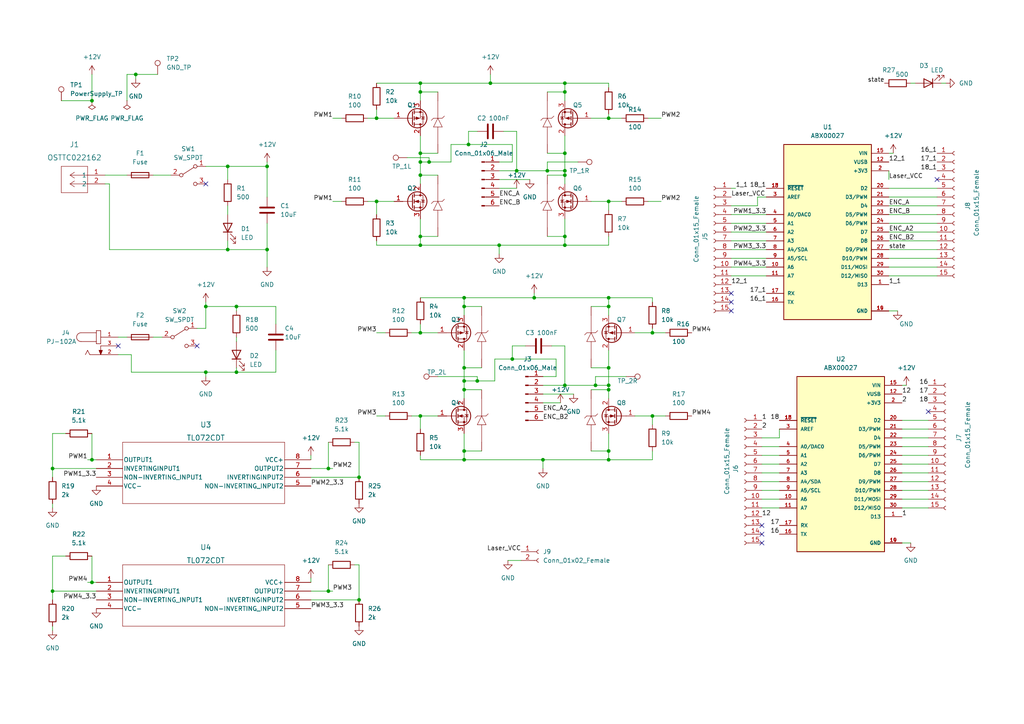
<source format=kicad_sch>
(kicad_sch (version 20211123) (generator eeschema)
  (paper "A4")
  (junction (at 138.43 110.49))
  (junction (at 59.69 107.95))
  (junction (at 104.14 173.99))
  (junction (at 104.14 138.43))
  (junction (at 189.23 96.52))
  (junction (at 109.22 34.29))
  (junction (at 176.53 130.81))
  (junction (at 176.53 106.68))
  (junction (at 176.53 86.36))
  (junction (at 95.25 171.45))
  (junction (at 134.62 106.68))
  (junction (at 68.58 107.95))
  (junction (at 121.92 68.58))
  (junction (at 134.62 113.03))
  (junction (at 148.59 104.14))
  (junction (at 176.53 133.35))
  (junction (at 39.37 21.59))
  (junction (at 68.58 88.9))
  (junction (at 134.62 88.9))
  (junction (at 176.53 34.29))
  (junction (at 77.47 72.39))
  (junction (at 176.53 58.42))
  (junction (at 163.83 68.58))
  (junction (at 154.94 86.36))
  (junction (at 26.67 29.21))
  (junction (at 15.24 135.89))
  (junction (at 163.83 26.67))
  (junction (at 66.04 72.39))
  (junction (at 26.67 133.35))
  (junction (at 144.78 71.12))
  (junction (at 163.83 44.45))
  (junction (at 134.62 110.49))
  (junction (at 121.92 50.8))
  (junction (at 134.62 86.36))
  (junction (at 163.83 50.8))
  (junction (at 176.53 111.76))
  (junction (at 95.25 135.89))
  (junction (at 134.62 133.35))
  (junction (at 135.89 41.91))
  (junction (at 176.53 88.9))
  (junction (at 172.72 111.76))
  (junction (at 124.46 46.99))
  (junction (at 121.92 120.65))
  (junction (at 121.92 44.45))
  (junction (at 163.83 49.53))
  (junction (at 157.48 133.35))
  (junction (at 163.83 24.13))
  (junction (at 121.92 96.52))
  (junction (at 109.22 58.42))
  (junction (at 121.92 24.13))
  (junction (at 189.23 120.65))
  (junction (at 176.53 113.03))
  (junction (at 121.92 71.12))
  (junction (at 158.75 49.53))
  (junction (at 163.83 71.12))
  (junction (at 142.24 24.13))
  (junction (at 121.92 46.99))
  (junction (at 149.86 49.53))
  (junction (at 134.62 130.81))
  (junction (at 15.24 171.45))
  (junction (at 77.47 48.26))
  (junction (at 59.69 88.9))
  (junction (at 66.04 48.26))
  (junction (at 121.92 26.67))
  (junction (at 26.67 168.91))
  (junction (at 163.83 111.76))
  (no_connect (at 34.29 100.33))
  (no_connect (at 269.24 119.38))
  (no_connect (at 220.98 152.4))
  (no_connect (at 220.98 154.94))
  (no_connect (at 220.98 157.48))
  (no_connect (at 57.15 100.33))
  (no_connect (at 212.09 87.63))
  (no_connect (at 212.09 85.09))
  (no_connect (at 212.09 90.17))
  (no_connect (at 59.69 53.34))
  (no_connect (at 271.78 52.07))
  (wire (pts (xy 90.17 138.43) (xy 104.14 138.43)))
  (wire (pts (xy 57.15 95.25) (xy 59.69 95.25)))
  (wire (pts (xy 90.17 168.91) (xy 90.17 167.64)))
  (wire (pts (xy 189.23 96.52) (xy 193.04 96.52)))
  (wire (pts (xy 109.22 31.75) (xy 109.22 34.29)))
  (wire (pts (xy 158.75 50.8) (xy 163.83 50.8)))
  (wire (pts (xy 180.34 34.29) (xy 176.53 34.29)))
  (wire (pts (xy 259.08 44.45) (xy 257.81 44.45)))
  (wire (pts (xy 127 44.45) (xy 121.92 44.45)))
  (wire (pts (xy 271.78 54.61) (xy 257.81 54.61)))
  (wire (pts (xy 157.48 114.3) (xy 166.37 114.3)))
  (wire (pts (xy 176.53 33.02) (xy 176.53 34.29)))
  (wire (pts (xy 160.02 100.33) (xy 163.83 100.33)))
  (wire (pts (xy 66.04 48.26) (xy 77.47 48.26)))
  (wire (pts (xy 180.34 58.42) (xy 176.53 58.42)))
  (wire (pts (xy 226.06 142.24) (xy 220.98 142.24)))
  (wire (pts (xy 39.37 21.59) (xy 39.37 22.86)))
  (wire (pts (xy 171.45 106.68) (xy 176.53 106.68)))
  (wire (pts (xy 158.75 46.99) (xy 158.75 49.53)))
  (wire (pts (xy 34.29 97.79) (xy 36.83 97.79)))
  (wire (pts (xy 271.78 62.23) (xy 257.81 62.23)))
  (wire (pts (xy 138.43 38.1) (xy 135.89 38.1)))
  (wire (pts (xy 38.1 107.95) (xy 59.69 107.95)))
  (wire (pts (xy 80.01 101.6) (xy 80.01 107.95)))
  (wire (pts (xy 161.29 104.14) (xy 148.59 104.14)))
  (wire (pts (xy 15.24 135.89) (xy 27.94 135.89)))
  (wire (pts (xy 31.75 53.34) (xy 31.75 72.39)))
  (wire (pts (xy 127 68.58) (xy 121.92 68.58)))
  (wire (pts (xy 189.23 120.65) (xy 184.15 120.65)))
  (wire (pts (xy 109.22 69.85) (xy 109.22 71.12)))
  (wire (pts (xy 226.06 124.46) (xy 226.06 127)))
  (wire (pts (xy 158.75 26.67) (xy 163.83 26.67)))
  (wire (pts (xy 191.77 34.29) (xy 187.96 34.29)))
  (wire (pts (xy 257.81 90.17) (xy 260.35 90.17)))
  (wire (pts (xy 121.92 39.37) (xy 121.92 44.45)))
  (wire (pts (xy 106.68 34.29) (xy 109.22 34.29)))
  (wire (pts (xy 212.09 77.47) (xy 222.25 77.47)))
  (wire (pts (xy 138.43 109.22) (xy 138.43 110.49)))
  (wire (pts (xy 106.68 58.42) (xy 109.22 58.42)))
  (wire (pts (xy 139.7 113.03) (xy 134.62 113.03)))
  (wire (pts (xy 121.92 29.21) (xy 121.92 26.67)))
  (wire (pts (xy 109.22 71.12) (xy 121.92 71.12)))
  (wire (pts (xy 271.78 57.15) (xy 257.81 57.15)))
  (wire (pts (xy 222.25 74.93) (xy 212.09 74.93)))
  (wire (pts (xy 257.81 52.07) (xy 257.81 49.53)))
  (wire (pts (xy 261.62 129.54) (xy 269.24 129.54)))
  (wire (pts (xy 134.62 110.49) (xy 134.62 113.03)))
  (wire (pts (xy 96.52 58.42) (xy 99.06 58.42)))
  (wire (pts (xy 130.81 46.99) (xy 124.46 46.99)))
  (wire (pts (xy 26.67 21.59) (xy 26.67 29.21)))
  (wire (pts (xy 261.62 139.7) (xy 269.24 139.7)))
  (wire (pts (xy 142.24 21.59) (xy 142.24 24.13)))
  (wire (pts (xy 158.75 68.58) (xy 163.83 68.58)))
  (wire (pts (xy 135.89 41.91) (xy 148.59 41.91)))
  (wire (pts (xy 226.06 144.78) (xy 220.98 144.78)))
  (wire (pts (xy 134.62 91.44) (xy 134.62 88.9)))
  (wire (pts (xy 261.62 137.16) (xy 269.24 137.16)))
  (wire (pts (xy 80.01 107.95) (xy 68.58 107.95)))
  (wire (pts (xy 121.92 68.58) (xy 121.92 71.12)))
  (wire (pts (xy 139.7 130.81) (xy 134.62 130.81)))
  (wire (pts (xy 124.46 46.99) (xy 121.92 46.99)))
  (wire (pts (xy 36.83 29.21) (xy 36.83 21.59)))
  (wire (pts (xy 154.94 86.36) (xy 176.53 86.36)))
  (wire (pts (xy 176.53 125.73) (xy 176.53 130.81)))
  (wire (pts (xy 68.58 90.17) (xy 68.58 88.9)))
  (wire (pts (xy 176.53 68.58) (xy 176.53 71.12)))
  (wire (pts (xy 121.92 63.5) (xy 121.92 68.58)))
  (wire (pts (xy 96.52 34.29) (xy 99.06 34.29)))
  (wire (pts (xy 109.22 62.23) (xy 109.22 58.42)))
  (wire (pts (xy 157.48 135.89) (xy 157.48 133.35)))
  (wire (pts (xy 163.83 111.76) (xy 172.72 111.76)))
  (wire (pts (xy 143.51 104.14) (xy 143.51 110.49)))
  (wire (pts (xy 261.62 157.48) (xy 264.16 157.48)))
  (wire (pts (xy 144.78 73.66) (xy 144.78 71.12)))
  (wire (pts (xy 142.24 24.13) (xy 163.83 24.13)))
  (wire (pts (xy 36.83 21.59) (xy 39.37 21.59)))
  (wire (pts (xy 157.48 133.35) (xy 176.53 133.35)))
  (wire (pts (xy 148.59 100.33) (xy 148.59 104.14)))
  (wire (pts (xy 226.06 147.32) (xy 220.98 147.32)))
  (wire (pts (xy 121.92 24.13) (xy 142.24 24.13)))
  (wire (pts (xy 152.4 100.33) (xy 148.59 100.33)))
  (wire (pts (xy 261.62 134.62) (xy 269.24 134.62)))
  (wire (pts (xy 261.62 124.46) (xy 269.24 124.46)))
  (wire (pts (xy 257.81 67.31) (xy 271.78 67.31)))
  (wire (pts (xy 135.89 38.1) (xy 135.89 41.91)))
  (wire (pts (xy 66.04 72.39) (xy 66.04 69.85)))
  (wire (pts (xy 163.83 50.8) (xy 163.83 53.34)))
  (wire (pts (xy 134.62 133.35) (xy 157.48 133.35)))
  (wire (pts (xy 90.17 173.99) (xy 104.14 173.99)))
  (wire (pts (xy 26.67 168.91) (xy 27.94 168.91)))
  (wire (pts (xy 149.86 54.61) (xy 144.78 54.61)))
  (wire (pts (xy 34.29 102.87) (xy 38.1 102.87)))
  (wire (pts (xy 17.78 29.21) (xy 26.67 29.21)))
  (wire (pts (xy 59.69 48.26) (xy 66.04 48.26)))
  (wire (pts (xy 149.86 38.1) (xy 149.86 49.53)))
  (wire (pts (xy 124.46 45.72) (xy 124.46 46.99)))
  (wire (pts (xy 147.32 162.56) (xy 151.13 162.56)))
  (wire (pts (xy 167.64 46.99) (xy 158.75 46.99)))
  (wire (pts (xy 163.83 68.58) (xy 163.83 71.12)))
  (wire (pts (xy 189.23 130.81) (xy 189.23 133.35)))
  (wire (pts (xy 176.53 88.9) (xy 176.53 91.44)))
  (wire (pts (xy 212.09 72.39) (xy 222.25 72.39)))
  (wire (pts (xy 176.53 86.36) (xy 176.53 88.9)))
  (wire (pts (xy 257.81 72.39) (xy 271.78 72.39)))
  (wire (pts (xy 19.05 161.29) (xy 15.24 161.29)))
  (wire (pts (xy 130.81 41.91) (xy 130.81 46.99)))
  (wire (pts (xy 26.67 161.29) (xy 26.67 168.91)))
  (wire (pts (xy 181.61 109.22) (xy 172.72 109.22)))
  (wire (pts (xy 127 26.67) (xy 121.92 26.67)))
  (wire (pts (xy 222.25 64.77) (xy 212.09 64.77)))
  (wire (pts (xy 220.98 139.7) (xy 226.06 139.7)))
  (wire (pts (xy 31.75 72.39) (xy 66.04 72.39)))
  (wire (pts (xy 109.22 58.42) (xy 114.3 58.42)))
  (wire (pts (xy 15.24 182.88) (xy 15.24 181.61)))
  (wire (pts (xy 184.15 96.52) (xy 189.23 96.52)))
  (wire (pts (xy 163.83 39.37) (xy 163.83 44.45)))
  (wire (pts (xy 144.78 46.99) (xy 148.59 46.99)))
  (wire (pts (xy 59.69 88.9) (xy 59.69 95.25)))
  (wire (pts (xy 104.14 128.27) (xy 104.14 138.43)))
  (wire (pts (xy 96.52 171.45) (xy 95.25 171.45)))
  (wire (pts (xy 104.14 163.83) (xy 102.87 163.83)))
  (wire (pts (xy 119.38 120.65) (xy 121.92 120.65)))
  (wire (pts (xy 77.47 46.99) (xy 77.47 48.26)))
  (wire (pts (xy 222.25 80.01) (xy 212.09 80.01)))
  (wire (pts (xy 121.92 124.46) (xy 121.92 120.65)))
  (wire (pts (xy 257.81 59.69) (xy 271.78 59.69)))
  (wire (pts (xy 134.62 125.73) (xy 134.62 130.81)))
  (wire (pts (xy 121.92 96.52) (xy 127 96.52)))
  (wire (pts (xy 130.81 41.91) (xy 135.89 41.91)))
  (wire (pts (xy 222.25 69.85) (xy 212.09 69.85)))
  (wire (pts (xy 171.45 130.81) (xy 176.53 130.81)))
  (wire (pts (xy 95.25 135.89) (xy 90.17 135.89)))
  (wire (pts (xy 15.24 171.45) (xy 27.94 171.45)))
  (wire (pts (xy 95.25 171.45) (xy 90.17 171.45)))
  (wire (pts (xy 158.75 44.45) (xy 163.83 44.45)))
  (wire (pts (xy 15.24 125.73) (xy 15.24 135.89)))
  (wire (pts (xy 148.59 104.14) (xy 143.51 104.14)))
  (wire (pts (xy 127 50.8) (xy 121.92 50.8)))
  (wire (pts (xy 121.92 120.65) (xy 127 120.65)))
  (wire (pts (xy 77.47 64.77) (xy 77.47 72.39)))
  (wire (pts (xy 261.62 144.78) (xy 269.24 144.78)))
  (wire (pts (xy 171.45 34.29) (xy 176.53 34.29)))
  (wire (pts (xy 271.78 69.85) (xy 257.81 69.85)))
  (wire (pts (xy 114.3 34.29) (xy 109.22 34.29)))
  (wire (pts (xy 172.72 109.22) (xy 172.72 111.76)))
  (wire (pts (xy 176.53 130.81) (xy 176.53 133.35)))
  (wire (pts (xy 134.62 86.36) (xy 154.94 86.36)))
  (wire (pts (xy 189.23 87.63) (xy 189.23 86.36)))
  (wire (pts (xy 134.62 101.6) (xy 134.62 106.68)))
  (wire (pts (xy 176.53 58.42) (xy 171.45 58.42)))
  (wire (pts (xy 176.53 25.4) (xy 176.53 24.13)))
  (wire (pts (xy 273.05 24.13) (xy 274.32 24.13)))
  (wire (pts (xy 271.78 77.47) (xy 257.81 77.47)))
  (wire (pts (xy 95.25 163.83) (xy 95.25 171.45)))
  (wire (pts (xy 121.92 46.99) (xy 121.92 50.8)))
  (wire (pts (xy 143.51 110.49) (xy 138.43 110.49)))
  (wire (pts (xy 25.4 133.35) (xy 26.67 133.35)))
  (wire (pts (xy 262.89 111.76) (xy 261.62 111.76)))
  (wire (pts (xy 26.67 133.35) (xy 27.94 133.35)))
  (wire (pts (xy 68.58 107.95) (xy 59.69 107.95)))
  (wire (pts (xy 213.36 54.61) (xy 212.09 54.61)))
  (wire (pts (xy 261.62 142.24) (xy 269.24 142.24)))
  (wire (pts (xy 95.25 128.27) (xy 95.25 135.89)))
  (wire (pts (xy 261.62 147.32) (xy 269.24 147.32)))
  (wire (pts (xy 134.62 130.81) (xy 134.62 133.35)))
  (wire (pts (xy 109.22 24.13) (xy 121.92 24.13)))
  (wire (pts (xy 176.53 24.13) (xy 163.83 24.13)))
  (wire (pts (xy 176.53 113.03) (xy 176.53 115.57)))
  (wire (pts (xy 44.45 50.8) (xy 49.53 50.8)))
  (wire (pts (xy 38.1 102.87) (xy 38.1 107.95)))
  (wire (pts (xy 44.45 97.79) (xy 46.99 97.79)))
  (wire (pts (xy 15.24 138.43) (xy 15.24 135.89)))
  (wire (pts (xy 264.16 24.13) (xy 265.43 24.13)))
  (wire (pts (xy 154.94 85.09) (xy 154.94 86.36)))
  (wire (pts (xy 109.22 96.52) (xy 111.76 96.52)))
  (wire (pts (xy 163.83 71.12) (xy 176.53 71.12)))
  (wire (pts (xy 226.06 134.62) (xy 220.98 134.62)))
  (wire (pts (xy 26.67 125.73) (xy 26.67 133.35)))
  (wire (pts (xy 162.56 116.84) (xy 157.48 116.84)))
  (wire (pts (xy 149.86 49.53) (xy 158.75 49.53)))
  (wire (pts (xy 161.29 109.22) (xy 161.29 104.14)))
  (wire (pts (xy 134.62 106.68) (xy 134.62 110.49)))
  (wire (pts (xy 96.52 135.89) (xy 95.25 135.89)))
  (wire (pts (xy 19.05 125.73) (xy 15.24 125.73)))
  (wire (pts (xy 90.17 133.35) (xy 90.17 132.08)))
  (wire (pts (xy 189.23 86.36) (xy 176.53 86.36)))
  (wire (pts (xy 68.58 97.79) (xy 68.58 99.06)))
  (wire (pts (xy 226.06 137.16) (xy 220.98 137.16)))
  (wire (pts (xy 146.05 38.1) (xy 149.86 38.1)))
  (wire (pts (xy 30.48 53.34) (xy 31.75 53.34)))
  (wire (pts (xy 109.22 120.65) (xy 111.76 120.65)))
  (wire (pts (xy 121.92 93.98) (xy 121.92 96.52)))
  (wire (pts (xy 219.71 59.69) (xy 212.09 59.69)))
  (wire (pts (xy 158.75 49.53) (xy 163.83 49.53)))
  (wire (pts (xy 157.48 109.22) (xy 161.29 109.22)))
  (wire (pts (xy 189.23 123.19) (xy 189.23 120.65)))
  (wire (pts (xy 80.01 88.9) (xy 68.58 88.9)))
  (wire (pts (xy 176.53 106.68) (xy 176.53 111.76)))
  (wire (pts (xy 212.09 67.31) (xy 222.25 67.31)))
  (wire (pts (xy 77.47 72.39) (xy 77.47 77.47)))
  (wire (pts (xy 121.92 86.36) (xy 134.62 86.36)))
  (wire (pts (xy 171.45 88.9) (xy 176.53 88.9)))
  (wire (pts (xy 15.24 173.99) (xy 15.24 171.45)))
  (wire (pts (xy 257.81 74.93) (xy 271.78 74.93)))
  (wire (pts (xy 163.83 100.33) (xy 163.83 111.76)))
  (wire (pts (xy 261.62 127) (xy 269.24 127)))
  (wire (pts (xy 163.83 44.45) (xy 163.83 49.53)))
  (wire (pts (xy 66.04 59.69) (xy 66.04 62.23)))
  (wire (pts (xy 189.23 95.25) (xy 189.23 96.52)))
  (wire (pts (xy 138.43 110.49) (xy 134.62 110.49)))
  (wire (pts (xy 172.72 111.76) (xy 176.53 111.76)))
  (wire (pts (xy 219.71 57.15) (xy 219.71 59.69)))
  (wire (pts (xy 189.23 120.65) (xy 193.04 120.65)))
  (wire (pts (xy 77.47 57.15) (xy 77.47 48.26)))
  (wire (pts (xy 171.45 113.03) (xy 176.53 113.03)))
  (wire (pts (xy 121.92 133.35) (xy 134.62 133.35)))
  (wire (pts (xy 226.06 132.08) (xy 220.98 132.08)))
  (wire (pts (xy 68.58 88.9) (xy 59.69 88.9)))
  (wire (pts (xy 127 109.22) (xy 138.43 109.22)))
  (wire (pts (xy 25.4 168.91) (xy 26.67 168.91)))
  (wire (pts (xy 222.25 57.15) (xy 219.71 57.15)))
  (wire (pts (xy 66.04 72.39) (xy 77.47 72.39)))
  (wire (pts (xy 144.78 49.53) (xy 149.86 49.53)))
  (wire (pts (xy 104.14 163.83) (xy 104.14 173.99)))
  (wire (pts (xy 157.48 111.76) (xy 163.83 111.76)))
  (wire (pts (xy 212.09 62.23) (xy 222.25 62.23)))
  (wire (pts (xy 163.83 24.13) (xy 163.83 26.67)))
  (wire (pts (xy 144.78 52.07) (xy 153.67 52.07)))
  (wire (pts (xy 121.92 50.8) (xy 121.92 53.34)))
  (wire (pts (xy 139.7 88.9) (xy 134.62 88.9)))
  (wire (pts (xy 121.92 132.08) (xy 121.92 133.35)))
  (wire (pts (xy 271.78 80.01) (xy 257.81 80.01)))
  (wire (pts (xy 45.72 21.59) (xy 39.37 21.59)))
  (wire (pts (xy 68.58 106.68) (xy 68.58 107.95)))
  (wire (pts (xy 176.53 133.35) (xy 189.23 133.35)))
  (wire (pts (xy 134.62 88.9) (xy 134.62 86.36)))
  (wire (pts (xy 66.04 48.26) (xy 66.04 52.07)))
  (wire (pts (xy 144.78 71.12) (xy 163.83 71.12)))
  (wire (pts (xy 134.62 113.03) (xy 134.62 115.57)))
  (wire (pts (xy 176.53 101.6) (xy 176.53 106.68)))
  (wire (pts (xy 30.48 50.8) (xy 36.83 50.8)))
  (wire (pts (xy 119.38 96.52) (xy 121.92 96.52)))
  (wire (pts (xy 176.53 60.96) (xy 176.53 58.42)))
  (wire (pts (xy 15.24 161.29) (xy 15.24 171.45)))
  (wire (pts (xy 59.69 87.63) (xy 59.69 88.9)))
  (wire (pts (xy 163.83 63.5) (xy 163.83 68.58)))
  (wire (pts (xy 163.83 49.53) (xy 163.83 50.8)))
  (wire (pts (xy 261.62 121.92) (xy 269.24 121.92)))
  (wire (pts (xy 148.59 46.99) (xy 148.59 41.91)))
  (wire (pts (xy 257.81 64.77) (xy 271.78 64.77)))
  (wire (pts (xy 163.83 26.67) (xy 163.83 29.21)))
  (wire (pts (xy 176.53 111.76) (xy 176.53 113.03)))
  (wire (pts (xy 121.92 44.45) (xy 121.92 46.99)))
  (wire (pts (xy 118.11 45.72) (xy 124.46 45.72)))
  (wire (pts (xy 80.01 93.98) (xy 80.01 88.9)))
  (wire (pts (xy 59.69 109.22) (xy 59.69 107.95)))
  (wire (pts (xy 261.62 132.08) (xy 269.24 132.08)))
  (wire (pts (xy 226.06 127) (xy 220.98 127)))
  (wire (pts (xy 139.7 106.68) (xy 134.62 106.68)))
  (wire (pts (xy 121.92 71.12) (xy 144.78 71.12)))
  (wire (pts (xy 191.77 58.42) (xy 187.96 58.42)))
  (wire (pts (xy 15.24 147.32) (xy 15.24 146.05)))
  (wire (pts (xy 121.92 26.67) (xy 121.92 24.13)))
  (wire (pts (xy 226.06 129.54) (xy 220.98 129.54)))
  (wire (pts (xy 104.14 128.27) (xy 102.87 128.27)))
  (label "PWM4" (at 200.66 120.65 0))
  (label "17_1" (at 271.78 46.99 180))
  (label "PWM2_3.3" (at 90.17 140.97 0))
  (label "PWM3" (at 109.22 120.65 180))
  (label "PWM2" (at 96.52 135.89 0))
  (label "ENC_A2" (at 257.81 67.31 0))
  (label "1_1" (at 213.36 54.61 0))
  (label "12_1" (at 257.81 46.99 0))
  (label "PWM2_3.3" (at 222.25 67.31 180))
  (label "Laser_VCC" (at 257.81 52.07 0))
  (label "PWM2" (at 191.77 34.29 0))
  (label "1" (at 261.62 149.86 0))
  (label "16_1" (at 222.25 87.63 180))
  (label "PWM1_3.3" (at 27.94 138.43 180))
  (label "ENC_A" (at 257.81 59.69 0))
  (label "ENC_B2" (at 157.48 121.92 0))
  (label "17" (at 226.06 152.4 180))
  (label "ENC_A" (at 144.78 57.15 0))
  (label "ENC_A2" (at 157.48 119.38 0))
  (label "18" (at 226.06 121.92 180))
  (label "1" (at 220.98 121.92 0))
  (label "2" (at 220.98 124.46 0))
  (label "state" (at 256.54 24.13 180))
  (label "16" (at 269.24 111.76 180))
  (label "12_1" (at 212.09 82.55 0))
  (label "PWM4_3.3" (at 27.94 173.99 180))
  (label "PWM1" (at 96.52 34.29 180))
  (label "ENC_B" (at 144.78 59.69 0))
  (label "PWM3_3.3" (at 222.25 72.39 180))
  (label "1_1" (at 257.81 82.55 0))
  (label "18_1" (at 271.78 49.53 180))
  (label "PWM4" (at 25.4 168.91 180))
  (label "PWM4" (at 200.66 96.52 0))
  (label "ENC_B2" (at 257.81 69.85 0))
  (label "state" (at 257.81 72.39 0))
  (label "PWM1_3.3" (at 222.25 62.23 180))
  (label "Laser_VCC" (at 212.09 57.15 0))
  (label "12" (at 261.62 114.3 0))
  (label "17_1" (at 222.25 85.09 180))
  (label "PWM3_3.3" (at 90.17 176.53 0))
  (label "2" (at 261.62 116.84 0))
  (label "17" (at 269.24 114.3 180))
  (label "PWM2" (at 191.77 58.42 0))
  (label "PWM1" (at 96.52 58.42 180))
  (label "ENC_B" (at 257.81 62.23 0))
  (label "18_1" (at 222.25 54.61 180))
  (label "Laser_VCC" (at 151.13 160.02 180))
  (label "PWM4_3.3" (at 222.25 77.47 180))
  (label "16_1" (at 271.78 44.45 180))
  (label "PWM1" (at 25.4 133.35 180))
  (label "16" (at 226.06 154.94 180))
  (label "18" (at 269.24 116.84 180))
  (label "12" (at 220.98 149.86 0))
  (label "PWM3" (at 96.52 171.45 0))
  (label "PWM3" (at 109.22 96.52 180))
  (symbol (lib_id "Device:C") (at 77.47 60.96 0) (unit 1)
    (property "Reference" "C1" (at 81.28 59.6899 0) (effects (justify left)))
    (property "Value" "10uF" (at 81.28 62.2299 0) (effects (justify left)))
    (property "Footprint" "Capacitor_THT:C_Rect_L7.2mm_W8.5mm_P5.00mm_FKP2_FKP2_MKS2_MKP2" (effects hide))
  )
  (symbol (lib_id "MBR_150x:MBR150RLG") (at 127 26.67 270) (unit 1)
    (property "Reference" "CR1" (effects hide))
    (property "Value" "MBR150RLG" (effects hide))
    (property "Footprint" "ProjectLibraries:MBR150x" (effects hide))
    (property "Datasheet" "MBR150RLG" (effects hide))
  )
  (symbol (lib_id "Device:R") (at 22.86 125.73 90) (unit 1)
    (property "Reference" "R21" (at 22.86 119.38 90))
    (property "Value" "5.1k" (at 22.86 121.92 90))
    (property "Footprint" "Resistor_THT:R_Axial_DIN0207_L6.3mm_D2.5mm_P10.16mm_Horizontal" (effects hide))
  )
  (symbol (lib_id "power:GND") (at 104.14 146.05 0) (unit 1)
    (property "Reference" "#PWR015" (effects hide))
    (property "Value" "GND" (at 104.14 151.13 0))
  )
  (symbol (lib_id "Device:R") (at 121.92 90.17 0) (unit 1)
    (property "Reference" "R4" (at 124.46 88.8999 0) (effects (justify left)))
    (property "Value" "10k" (at 124.46 91.4399 0) (effects (justify left)))
    (property "Footprint" "Resistor_THT:R_Axial_DIN0207_L6.3mm_D2.5mm_P10.16mm_Horizontal" (effects hide))
  )
  (symbol (lib_id "Device:R") (at 115.57 120.65 90) (unit 1)
    (property "Reference" "R13" (at 115.57 114.3 90))
    (property "Value" "100" (at 115.57 116.84 90))
    (property "Footprint" "Resistor_THT:R_Axial_DIN0207_L6.3mm_D2.5mm_P10.16mm_Horizontal" (effects hide))
  )
  (symbol (lib_id "power:+12V") (at 154.94 85.09 0) (unit 1)
    (property "Reference" "#PWR07" (effects hide))
    (property "Value" "+12V" (at 154.94 80.01 0))
  )
  (symbol (lib_id "Connector:TestPoint") (at 127 109.22 90) (unit 1)
    (property "Reference" "TP3" (effects hide))
    (property "Value" "TP_2L" (at 129.54 107.95 90) (effects (justify left)))
    (property "Footprint" "Connector_PinHeader_2.54mm:PinHeader_1x01_P2.54mm_Vertical" (effects hide))
  )
  (symbol (lib_id "Device:Q_NMOS_GDS") (at 166.37 58.42 0) (mirror y) (unit 1)
    (property "Reference" "Q6" (at 168.91 54.61 0) (effects (justify left)))
    (property "Value" "Q_NMOS_GDS" (effects hide))
    (property "Footprint" "ProjectLibraries:N-mos" (effects hide))
  )
  (symbol (lib_id "power:GND") (at 59.69 109.22 0) (unit 1)
    (property "Reference" "#PWR013" (effects hide))
    (property "Value" "GND" (at 59.69 114.3 0))
  )
  (symbol (lib_id "Device:LED") (at 269.24 24.13 180) (unit 1)
    (property "Reference" "D3" (at 267.97 19.05 0))
    (property "Value" "LED" (at 271.78 20.32 0))
    (property "Footprint" "LED_THT:LED_D1.8mm_W3.3mm_H2.4mm" (effects hide))
  )
  (symbol (lib_id "power:+12V") (at 90.17 167.64 0) (unit 1)
    (property "Reference" "#PWR0109" (effects hide))
    (property "Value" "+12V" (at 90.17 162.56 0))
  )
  (symbol (lib_id "power:+12V") (at 162.56 116.84 0) (unit 1)
    (property "Reference" "#PWR010" (effects hide))
    (property "Value" "+12V" (at 162.56 113.03 0))
  )
  (symbol (lib_id "Device:R") (at 176.53 29.21 0) (unit 1)
    (property "Reference" "R6" (at 179.07 27.9399 0) (effects (justify left)))
    (property "Value" "10k" (at 179.07 30.4799 0) (effects (justify left)))
    (property "Footprint" "Resistor_THT:R_Axial_DIN0207_L6.3mm_D2.5mm_P10.16mm_Horizontal" (effects hide))
  )
  (symbol (lib_id "Device:R") (at 102.87 58.42 90) (unit 1)
    (property "Reference" "R11" (at 102.87 52.07 90))
    (property "Value" "100" (at 102.87 54.61 90))
    (property "Footprint" "Resistor_THT:R_Axial_DIN0207_L6.3mm_D2.5mm_P10.16mm_Horizontal" (effects hide))
  )
  (symbol (lib_id "power:+12V") (at 142.24 21.59 0) (unit 1)
    (property "Reference" "#PWR05" (effects hide))
    (property "Value" "+12V" (at 142.24 16.51 0))
  )
  (symbol (lib_id "Device:Q_NMOS_GDS") (at 179.07 120.65 0) (mirror y) (unit 1)
    (property "Reference" "Q8" (at 181.61 116.84 0) (effects (justify left)))
    (property "Value" "Q_NMOS_GDS" (effects hide))
    (property "Footprint" "ProjectLibraries:N-mos" (effects hide))
  )
  (symbol (lib_id "Device:R") (at 102.87 34.29 90) (unit 1)
    (property "Reference" "R10" (at 102.87 27.94 90))
    (property "Value" "100" (at 102.87 30.48 90))
    (property "Footprint" "Resistor_THT:R_Axial_DIN0207_L6.3mm_D2.5mm_P10.16mm_Horizontal" (effects hide))
  )
  (symbol (lib_id "power:+12V") (at 90.17 132.08 0) (unit 1)
    (property "Reference" "#PWR0108" (effects hide))
    (property "Value" "+12V" (at 90.17 127 0))
  )
  (symbol (lib_id "power:GND") (at 39.37 22.86 0) (unit 1)
    (property "Reference" "#PWR011" (effects hide))
    (property "Value" "GND" (at 39.37 27.94 0))
  )
  (symbol (lib_id "Device:R") (at 196.85 96.52 90) (unit 1)
    (property "Reference" "R16" (at 198.12 93.98 90))
    (property "Value" "100" (at 196.85 99.06 90))
    (property "Footprint" "Resistor_THT:R_Axial_DIN0207_L6.3mm_D2.5mm_P10.16mm_Horizontal" (effects hide))
  )
  (symbol (lib_id "Switch:SW_SPDT") (at 54.61 50.8 0) (unit 1)
    (property "Reference" "SW1" (at 54.61 43.18 0))
    (property "Value" "SW_SPDT" (at 54.61 45.72 0))
    (property "Footprint" "Button_Switch_THT:SW_E-Switch_EG1224_SPDT_Angled" (effects hide))
  )
  (symbol (lib_id "Device:LED") (at 66.04 66.04 90) (unit 1)
    (property "Reference" "D1" (at 69.85 66.3574 90) (effects (justify right)))
    (property "Value" "LED" (at 69.85 68.8974 90) (effects (justify right)))
    (property "Footprint" "LED_THT:LED_D1.8mm_W3.3mm_H2.4mm" (effects hide))
  )
  (symbol (lib_id "Device:R") (at 99.06 163.83 90) (unit 1)
    (property "Reference" "R24" (at 99.06 157.48 90))
    (property "Value" "5.1k" (at 99.06 160.02 90))
    (property "Footprint" "Resistor_THT:R_Axial_DIN0207_L6.3mm_D2.5mm_P10.16mm_Horizontal" (effects hide))
  )
  (symbol (lib_id "power:+12V") (at 262.89 111.76 0) (unit 1)
    (property "Reference" "#PWR023" (effects hide))
    (property "Value" "+12V" (at 262.89 106.68 0))
  )
  (symbol (lib_id "Connector:Conn_01x06_Male") (at 139.7 52.07 0) (unit 1)
    (property "Reference" "J2" (at 140.335 41.91 0))
    (property "Value" "Conn_01x06_Male" (at 140.335 44.45 0))
    (property "Footprint" "Connector_PinHeader_2.54mm:PinHeader_1x06_P2.54mm_Vertical" (effects hide))
  )
  (symbol (lib_id "Connector:TestPoint") (at 45.72 21.59 0) (unit 1)
    (property "Reference" "TP2" (at 48.26 17.0179 0) (effects (justify left)))
    (property "Value" "GND_TP" (at 48.26 19.5579 0) (effects (justify left)))
    (property "Footprint" "Connector_PinHeader_2.54mm:PinHeader_1x01_P2.54mm_Vertical" (effects hide))
  )
  (symbol (lib_id "MBR_150x:MBR150RLG") (at 158.75 26.67 270) (unit 1)
    (property "Reference" "CR5" (effects hide))
    (property "Value" "MBR150RLG" (effects hide))
    (property "Footprint" "ProjectLibraries:MBR150x" (effects hide))
    (property "Datasheet" "MBR150RLG" (effects hide))
  )
  (symbol (lib_id "power:PWR_FLAG") (at 26.67 29.21 180) (unit 1)
    (property "Reference" "#FLG01" (effects hide))
    (property "Value" "PWR_FLAG" (at 26.67 34.29 0))
  )
  (symbol (lib_id "Device:C") (at 142.24 38.1 270) (unit 1)
    (property "Reference" "C2" (at 139.7 34.29 90))
    (property "Value" "100nF" (at 144.78 34.29 90))
    (property "Footprint" "Capacitor_THT:C_Rect_L4.6mm_W2.0mm_P2.50mm_MKS02_FKP02" (effects hide))
  )
  (symbol (lib_id "power:GND") (at 27.94 140.97 0) (unit 1)
    (property "Reference" "#PWR06" (effects hide))
    (property "Value" "GND" (at 27.94 146.05 0))
  )
  (symbol (lib_id "power:PWR_FLAG") (at 36.83 29.21 180) (unit 1)
    (property "Reference" "#FLG02" (effects hide))
    (property "Value" "PWR_FLAG" (at 36.83 34.29 0))
  )
  (symbol (lib_id "Connector:Conn_01x15_Female") (at 274.32 129.54 0) (unit 1)
    (property "Reference" "J7" (at 278.13 128.27 90) (effects (justify left)))
    (property "Value" "Conn_01x15_Female" (at 280.67 135.89 90) (effects (justify left)))
    (property "Footprint" "Connector_PinSocket_2.54mm:PinSocket_1x15_P2.54mm_Vertical" (effects hide))
  )
  (symbol (lib_id "MBR_150x:MBR150RLG") (at 158.75 50.8 270) (unit 1)
    (property "Reference" "CR6" (effects hide))
    (property "Value" "MBR150RLG" (effects hide))
    (property "Footprint" "ProjectLibraries:MBR150x" (effects hide))
    (property "Datasheet" "MBR150RLG" (effects hide))
  )
  (symbol (lib_id "power:GND") (at 15.24 182.88 0) (unit 1)
    (property "Reference" "#PWR04" (effects hide))
    (property "Value" "GND" (at 15.24 187.96 0))
  )
  (symbol (lib_id "Connector:Conn_01x15_Female") (at 207.01 72.39 0) (mirror y) (unit 1)
    (property "Reference" "J5" (at 204.47 69.85 90) (effects (justify left)))
    (property "Value" "Conn_01x15_Female" (at 201.93 76.2 90) (effects (justify left)))
    (property "Footprint" "Connector_PinSocket_2.54mm:PinSocket_1x15_P2.54mm_Vertical" (effects hide))
  )
  (symbol (lib_id "Connector:TestPoint") (at 118.11 45.72 90) (unit 1)
    (property "Reference" "TP4" (effects hide))
    (property "Value" "TP_1L" (at 119.38 48.26 90) (effects (justify left)))
    (property "Footprint" "Connector_PinHeader_2.54mm:PinHeader_1x01_P2.54mm_Vertical" (effects hide))
  )
  (symbol (lib_id "Device:R") (at 184.15 34.29 90) (unit 1)
    (property "Reference" "R14" (at 184.15 31.75 90))
    (property "Value" "100" (at 184.15 36.83 90))
    (property "Footprint" "Resistor_THT:R_Axial_DIN0207_L6.3mm_D2.5mm_P10.16mm_Horizontal" (effects hide))
  )
  (symbol (lib_id "power:+12V") (at 77.47 46.99 0) (unit 1)
    (property "Reference" "#PWR03" (effects hide))
    (property "Value" "+12V" (at 77.47 41.91 0))
  )
  (symbol (lib_id "power:GND") (at 77.47 77.47 0) (unit 1)
    (property "Reference" "#PWR014" (effects hide))
    (property "Value" "GND" (at 77.47 82.55 0))
  )
  (symbol (lib_id "2024-03-22_18-41-56:OSTTC022162") (at 30.48 50.8 0) (mirror y) (unit 1)
    (property "Reference" "J1" (at 21.59 41.91 0) (effects (font (size 1.524 1.524))))
    (property "Value" "OSTTC022162" (at 21.59 45.72 0) (effects (font (size 1.524 1.524))))
    (property "Footprint" "ProjectLibraries:CONN_OSTTC022162_OST" (effects hide))
    (property "Datasheet" "OSTTC022162" (effects hide))
  )
  (symbol (lib_id "power:GND") (at 15.24 147.32 0) (unit 1)
    (property "Reference" "#PWR02" (effects hide))
    (property "Value" "GND" (at 15.24 152.4 0))
  )
  (symbol (lib_id "power:GND") (at 144.78 73.66 0) (unit 1)
    (property "Reference" "#PWR017" (effects hide))
    (property "Value" "GND" (at 144.78 78.74 0))
  )
  (symbol (lib_id "Device:R") (at 99.06 128.27 90) (unit 1)
    (property "Reference" "R23" (at 99.06 121.92 90))
    (property "Value" "5.1k" (at 99.06 124.46 90))
    (property "Footprint" "Resistor_THT:R_Axial_DIN0207_L6.3mm_D2.5mm_P10.16mm_Horizontal" (effects hide))
  )
  (symbol (lib_id "Device:R") (at 15.24 142.24 180) (unit 1)
    (property "Reference" "R19" (at 17.78 140.9699 0) (effects (justify right)))
    (property "Value" "2k" (at 17.78 143.5099 0) (effects (justify right)))
    (property "Footprint" "Resistor_THT:R_Axial_DIN0207_L6.3mm_D2.5mm_P10.16mm_Horizontal" (effects hide))
  )
  (symbol (lib_id "power:+12V") (at 259.08 44.45 0) (unit 1)
    (property "Reference" "#PWR021" (effects hide))
    (property "Value" "+12V" (at 259.08 39.37 0))
  )
  (symbol (lib_id "Connector:Conn_01x02_Female") (at 156.21 160.02 0) (unit 1)
    (property "Reference" "J9" (at 157.48 160.0199 0) (effects (justify left)))
    (property "Value" "Conn_01x02_Female" (at 157.48 162.5599 0) (effects (justify left)))
    (property "Footprint" "Connector_PinSocket_2.54mm:PinSocket_1x02_P2.54mm_Vertical" (effects hide))
  )
  (symbol (lib_id "power:GND") (at 153.67 52.07 0) (unit 1)
    (property "Reference" "#PWR018" (effects hide))
    (property "Value" "GND" (at 153.67 57.15 0))
  )
  (symbol (lib_id "Connector:Conn_01x15_Female") (at 215.9 139.7 0) (mirror y) (unit 1)
    (property "Reference" "J6" (at 213.36 137.16 90) (effects (justify left)))
    (property "Value" "Conn_01x15_Female" (at 210.82 143.51 90) (effects (justify left)))
    (property "Footprint" "Connector_PinSocket_2.54mm:PinSocket_1x15_P2.54mm_Vertical" (effects hide))
  )
  (symbol (lib_id "Device:R") (at 121.92 128.27 0) (unit 1)
    (property "Reference" "R5" (at 124.46 126.9999 0) (effects (justify left)))
    (property "Value" "10k" (at 124.46 129.5399 0) (effects (justify left)))
    (property "Footprint" "Resistor_THT:R_Axial_DIN0207_L6.3mm_D2.5mm_P10.16mm_Horizontal" (effects hide))
  )
  (symbol (lib_id "Device:R") (at 115.57 96.52 90) (unit 1)
    (property "Reference" "R12" (at 115.57 90.17 90))
    (property "Value" "100" (at 115.57 92.71 90))
    (property "Footprint" "Resistor_THT:R_Axial_DIN0207_L6.3mm_D2.5mm_P10.16mm_Horizontal" (effects hide))
  )
  (symbol (lib_id "Device:Q_NMOS_GDS") (at 119.38 58.42 0) (unit 1)
    (property "Reference" "Q2" (at 118.11 54.61 0) (effects (justify left)))
    (property "Value" "Q_NMOS_GDS" (effects hide))
    (property "Footprint" "ProjectLibraries:N-mos" (effects hide))
  )
  (symbol (lib_id "Device:Q_NMOS_GDS") (at 132.08 120.65 0) (unit 1)
    (property "Reference" "Q4" (at 130.81 116.84 0) (effects (justify left)))
    (property "Value" "Q_NMOS_GDS" (effects hide))
    (property "Footprint" "ProjectLibraries:N-mos" (effects hide))
  )
  (symbol (lib_id "Device:R") (at 109.22 27.94 0) (unit 1)
    (property "Reference" "R2" (at 111.76 26.6699 0) (effects (justify left)))
    (property "Value" "10k" (at 111.76 29.2099 0) (effects (justify left)))
    (property "Footprint" "Resistor_THT:R_Axial_DIN0207_L6.3mm_D2.5mm_P10.16mm_Horizontal" (effects hide))
  )
  (symbol (lib_id "Device:C") (at 80.01 97.79 0) (unit 1)
    (property "Reference" "C4" (at 82.55 95.25 0) (effects (justify left)))
    (property "Value" "10uF" (at 82.55 97.79 0) (effects (justify left)))
    (property "Footprint" "Capacitor_THT:C_Rect_L7.2mm_W8.5mm_P5.00mm_FKP2_FKP2_MKS2_MKP2" (effects hide))
  )
  (symbol (lib_id "Device:R") (at 109.22 66.04 0) (unit 1)
    (property "Reference" "R3" (at 111.76 64.7699 0) (effects (justify left)))
    (property "Value" "10k" (at 111.76 67.3099 0) (effects (justify left)))
    (property "Footprint" "Resistor_THT:R_Axial_DIN0207_L6.3mm_D2.5mm_P10.16mm_Horizontal" (effects hide))
  )
  (symbol (lib_id "Device:R") (at 260.35 24.13 90) (unit 1)
    (property "Reference" "R27" (at 257.81 20.32 90))
    (property "Value" "500" (at 261.62 21.59 90))
    (property "Footprint" "Resistor_THT:R_Axial_DIN0207_L6.3mm_D2.5mm_P10.16mm_Horizontal" (effects hide))
  )
  (symbol (lib_id "Device:R") (at 189.23 91.44 0) (unit 1)
    (property "Reference" "R8" (at 191.77 90.1699 0) (effects (justify left)))
    (property "Value" "10k" (at 191.77 92.7099 0) (effects (justify left)))
    (property "Footprint" "Resistor_THT:R_Axial_DIN0207_L6.3mm_D2.5mm_P10.16mm_Horizontal" (effects hide))
  )
  (symbol (lib_id "power:GND") (at 166.37 114.3 0) (unit 1)
    (property "Reference" "#PWR020" (effects hide))
    (property "Value" "GND" (at 166.37 119.38 0))
  )
  (symbol (lib_id "PJ-102A:PJ-102A") (at 29.21 100.33 0) (unit 1)
    (property "Reference" "J4" (at 19.05 96.52 0))
    (property "Value" "PJ-102A" (at 17.78 99.06 0))
    (property "Footprint" "ProjectLibraries:CUI_PJ-102A" (effects hide))
    (property "MF" "CUI Devices" (effects hide))
    (property "Description" "2.0 x 6.5 mm, 2.5 A, Horizontal, Through Hole, Tapered Pins, Dc Power Jack Connector" (effects hide))
    (property "Package" "None" (effects hide))
    (property "Price" "None" (effects hide))
    (property "Check_prices" "https://www.snapeda.com/parts/PJ-102A/CUI+Devices/view-part/?ref=eda" (effects hide))
    (property "PART_REV" "1.03" (effects hide))
    (property "STANDARD" "Manufacturer recommendations" (effects hide))
    (property "SnapEDA_Link" "https://www.snapeda.com/parts/PJ-102A/CUI+Devices/view-part/?ref=snap" (effects hide))
    (property "MP" "PJ-102A" (effects hide))
    (property "CUI_purchase_URL" "https://www.cuidevices.com/product/interconnect/connectors/dc-power-connectors/jacks/pj-102a?utm_source=snapeda.com&utm_medium=referral&utm_campaign=snapedaBOM" (effects hide))
    (property "Availability" "In Stock" (effects hide))
    (property "MANUFACTURER" "CUI INC" (effects hide))
  )
  (symbol (lib_id "Device:LED") (at 68.58 102.87 90) (unit 1)
    (property "Reference" "D2" (at 72.39 103.1874 90) (effects (justify right)))
    (property "Value" "LED" (at 72.39 105.7274 90) (effects (justify right)))
    (property "Footprint" "LED_THT:LED_D1.8mm_W3.3mm_H2.4mm" (effects hide))
  )
  (symbol (lib_id "power:GND") (at 274.32 24.13 90) (unit 1)
    (property "Reference" "#PWR025" (effects hide))
    (property "Value" "GND" (at 278.13 24.1299 90) (effects (justify right)))
  )
  (symbol (lib_id "Device:R") (at 104.14 177.8 180) (unit 1)
    (property "Reference" "R26" (at 106.68 176.5299 0) (effects (justify right)))
    (property "Value" "2k" (at 106.68 179.0699 0) (effects (justify right)))
    (property "Footprint" "Resistor_THT:R_Axial_DIN0207_L6.3mm_D2.5mm_P10.16mm_Horizontal" (effects hide))
  )
  (symbol (lib_id "Device:Q_PMOS_GDS") (at 132.08 96.52 0) (mirror x) (unit 1)
    (property "Reference" "Q3" (at 130.81 92.71 0) (effects (justify left)))
    (property "Value" "Q_PMOS_GDS" (effects hide))
    (property "Footprint" "ProjectLibraries:FQP47P06" (effects hide))
  )
  (symbol (lib_id "Device:R") (at 189.23 127 0) (unit 1)
    (property "Reference" "R9" (at 191.77 125.7299 0) (effects (justify left)))
    (property "Value" "10k" (at 191.77 128.2699 0) (effects (justify left)))
    (property "Footprint" "Resistor_THT:R_Axial_DIN0207_L6.3mm_D2.5mm_P10.16mm_Horizontal" (effects hide))
  )
  (symbol (lib_id "opamp:TL072CDT") (at -21.59 168.91 0) (unit 1)
    (property "Reference" "U4" (at 59.69 158.75 0) (effects (font (size 1.524 1.524))))
    (property "Value" "TL072CDT" (at 59.69 162.56 0) (effects (font (size 1.524 1.524))))
    (property "Footprint" "ProjectLibraries:opamp" (effects hide))
    (property "Datasheet" "TL072CDT" (effects hide))
  )
  (symbol (lib_id "Connector:TestPoint") (at 17.78 29.21 0) (unit 1)
    (property "Reference" "TP1" (at 20.32 24.6379 0) (effects (justify left)))
    (property "Value" "PowerSupply_TP" (at 20.32 27.1779 0) (effects (justify left)))
    (property "Footprint" "Connector_PinHeader_2.54mm:PinHeader_1x01_P2.54mm_Vertical" (effects hide))
  )
  (symbol (lib_id "Device:R") (at 184.15 58.42 90) (unit 1)
    (property "Reference" "R15" (at 184.15 52.07 90))
    (property "Value" "100" (at 184.15 54.61 90))
    (property "Footprint" "Resistor_THT:R_Axial_DIN0207_L6.3mm_D2.5mm_P10.16mm_Horizontal" (effects hide))
  )
  (symbol (lib_id "power:GND") (at 264.16 157.48 0) (unit 1)
    (property "Reference" "#PWR024" (effects hide))
    (property "Value" "GND" (at 264.16 162.56 0))
  )
  (symbol (lib_id "Device:C") (at 156.21 100.33 270) (unit 1)
    (property "Reference" "C3" (at 153.67 96.52 90))
    (property "Value" "100nF" (at 158.75 96.52 90))
    (property "Footprint" "Capacitor_THT:C_Rect_L4.6mm_W2.0mm_P2.50mm_MKS02_FKP02" (effects hide))
  )
  (symbol (lib_id "ABX00027:ABX00027") (at 240.03 67.31 0) (unit 1)
    (property "Reference" "U1" (at 240.03 36.83 0))
    (property "Value" "ABX00027" (at 240.03 39.37 0))
    (property "Footprint" "ProjectLibraries:MODULE_ABX00028" (effects hide))
    (property "DESCRIPTION" "ATSAMD21G18A Arduino Nano 33 IoT SAM D ARM® Cortex®-M0+ MCU 32-Bit Embedded Evaluation Board" (effects hide))
    (property "AVAILABILITY" "Unavailable" (effects hide))
    (property "DIGIKEY-PURCHASE-URL" "https://snapeda.com/shop?store=DigiKey&id=3949339" (effects hide))
    (property "MP" "ABX00027" (effects hide))
    (property "PRICE" "None" (effects hide))
    (property "PACKAGE" "None" (effects hide))
    (property "MF" "Arduino" (effects hide))
  )
  (symbol (lib_id "power:GND") (at 147.32 162.56 0) (unit 1)
    (property "Reference" "#PWR0101" (effects hide))
    (property "Value" "GND" (at 147.32 167.64 0))
  )
  (symbol (lib_id "Device:R") (at 66.04 55.88 0) (unit 1)
    (property "Reference" "R1" (at 68.58 54.6099 0) (effects (justify left)))
    (property "Value" "500" (at 68.58 57.1499 0) (effects (justify left)))
    (property "Footprint" "Resistor_THT:R_Axial_DIN0207_L6.3mm_D2.5mm_P10.16mm_Horizontal" (effects hide))
  )
  (symbol (lib_id "MBR_150x:MBR150RLG") (at 171.45 88.9 270) (unit 1)
    (property "Reference" "CR8" (effects hide))
    (property "Value" "MBR150RLG" (effects hide))
    (property "Footprint" "ProjectLibraries:MBR150x" (effects hide))
    (property "Datasheet" "MBR150RLG" (effects hide))
  )
  (symbol (lib_id "opamp:TL072CDT") (at -21.59 133.35 0) (unit 1)
    (property "Reference" "U3" (at 59.69 123.19 0) (effects (font (size 1.524 1.524))))
    (property "Value" "TL072CDT" (at 59.69 127 0) (effects (font (size 1.524 1.524))))
    (property "Footprint" "ProjectLibraries:opamp" (effects hide))
    (property "Datasheet" "TL072CDT" (effects hide))
  )
  (symbol (lib_id "Device:R") (at 196.85 120.65 90) (unit 1)
    (property "Reference" "R17" (at 196.85 114.3 90))
    (property "Value" "100" (at 196.85 116.84 90))
    (property "Footprint" "Resistor_THT:R_Axial_DIN0207_L6.3mm_D2.5mm_P10.16mm_Horizontal" (effects hide))
  )
  (symbol (lib_id "Connector:Conn_01x15_Female") (at 276.86 62.23 0) (unit 1)
    (property "Reference" "J8" (at 280.67 60.96 90) (effects (justify left)))
    (property "Value" "Conn_01x15_Female" (at 283.21 68.58 90) (effects (justify left)))
    (property "Footprint" "Connector_PinSocket_2.54mm:PinSocket_1x15_P2.54mm_Vertical" (effects hide))
  )
  (symbol (lib_id "Device:R") (at 15.24 177.8 180) (unit 1)
    (property "Reference" "R20" (at 17.78 176.5299 0) (effects (justify right)))
    (property "Value" "2k" (at 17.78 179.0699 0) (effects (justify right)))
    (property "Footprint" "Resistor_THT:R_Axial_DIN0207_L6.3mm_D2.5mm_P10.16mm_Horizontal" (effects hide))
  )
  (symbol (lib_id "power:+12V") (at 149.86 54.61 0) (unit 1)
    (property "Reference" "#PWR09" (effects hide))
    (property "Value" "+12V" (at 149.86 50.8 0))
  )
  (symbol (lib_id "Device:R") (at 176.53 64.77 0) (unit 1)
    (property "Reference" "R7" (at 179.07 63.4999 0) (effects (justify left)))
    (property "Value" "10k" (at 179.07 66.0399 0) (effects (justify left)))
    (property "Footprint" "Resistor_THT:R_Axial_DIN0207_L6.3mm_D2.5mm_P10.16mm_Horizontal" (effects hide))
  )
  (symbol (lib_id "power:GND") (at 104.14 181.61 0) (unit 1)
    (property "Reference" "#PWR016" (effects hide))
    (property "Value" "GND" (at 104.14 186.69 0))
  )
  (symbol (lib_id "Device:R") (at 104.14 142.24 180) (unit 1)
    (property "Reference" "R25" (at 106.68 140.9699 0) (effects (justify right)))
    (property "Value" "2k" (at 106.68 143.5099 0) (effects (justify right)))
    (property "Footprint" "Resistor_THT:R_Axial_DIN0207_L6.3mm_D2.5mm_P10.16mm_Horizontal" (effects hide))
  )
  (symbol (lib_id "power:GND") (at 260.35 90.17 0) (unit 1)
    (property "Reference" "#PWR022" (effects hide))
    (property "Value" "GND" (at 262.89 93.98 0))
  )
  (symbol (lib_id "Connector:Conn_01x06_Male") (at 152.4 114.3 0) (unit 1)
    (property "Reference" "J3" (at 153.035 104.14 0))
    (property "Value" "Conn_01x06_Male" (at 153.035 106.68 0))
    (property "Footprint" "Connector_PinHeader_2.54mm:PinHeader_1x06_P2.54mm_Vertical" (effects hide))
  )
  (symbol (lib_id "Device:Fuse") (at 40.64 97.79 90) (unit 1)
    (property "Reference" "F2" (at 40.64 91.44 90))
    (property "Value" "Fuse" (at 40.64 93.98 90))
    (property "Footprint" "ProjectLibraries:fuse_tht" (effects hide))
  )
  (symbol (lib_id "Connector:TestPoint") (at 167.64 46.99 270) (unit 1)
    (property "Reference" "TP5" (effects hide))
    (property "Value" "TP_1R" (at 165.1 49.53 90) (effects (justify left)))
    (property "Footprint" "Connector_PinHeader_2.54mm:PinHeader_1x01_P2.54mm_Vertical" (effects hide))
  )
  (symbol (lib_id "Switch:SW_SPDT") (at 52.07 97.79 0) (unit 1)
    (property "Reference" "SW2" (at 52.07 90.17 0))
    (property "Value" "SW_SPDT" (at 52.07 92.71 0))
    (property "Footprint" "Button_Switch_THT:SW_E-Switch_EG1224_SPDT_Angled" (effects hide))
  )
  (symbol (lib_id "power:GND") (at 157.48 135.89 0) (unit 1)
    (property "Reference" "#PWR019" (effects hide))
    (property "Value" "GND" (at 157.48 140.97 0))
  )
  (symbol (lib_id "Connector:TestPoint") (at 181.61 109.22 270) (unit 1)
    (property "Reference" "TP6" (effects hide))
    (property "Value" "TP_2R" (at 179.07 110.49 90) (effects (justify left)))
    (property "Footprint" "Connector_PinHeader_2.54mm:PinHeader_1x01_P2.54mm_Vertical" (effects hide))
  )
  (symbol (lib_id "MBR_150x:MBR150RLG") (at 127 50.8 270) (unit 1)
    (property "Reference" "CR2" (effects hide))
    (property "Value" "MBR150RLG" (effects hide))
    (property "Footprint" "ProjectLibraries:MBR150x" (effects hide))
    (property "Datasheet" "MBR150RLG" (effects hide))
  )
  (symbol (lib_id "MBR_150x:MBR150RLG") (at 171.45 113.03 270) (unit 1)
    (property "Reference" "CR7" (effects hide))
    (property "Value" "MBR150RLG" (effects hide))
    (property "Footprint" "ProjectLibraries:MBR150x" (effects hide))
    (property "Datasheet" "MBR150RLG" (effects hide))
  )
  (symbol (lib_id "Device:Fuse") (at 40.64 50.8 90) (unit 1)
    (property "Reference" "F1" (at 40.64 44.45 90))
    (property "Value" "Fuse" (at 40.64 46.99 90))
    (property "Footprint" "ProjectLibraries:fuse_tht" (effects hide))
  )
  (symbol (lib_id "MBR_150x:MBR150RLG") (at 139.7 88.9 270) (unit 1)
    (property "Reference" "CR3" (effects hide))
    (property "Value" "MBR150RLG" (effects hide))
    (property "Footprint" "ProjectLibraries:MBR150x" (effects hide))
    (property "Datasheet" "MBR150RLG" (effects hide))
  )
  (symbol (lib_id "MBR_150x:MBR150RLG") (at 139.7 113.03 270) (unit 1)
    (property "Reference" "CR4" (effects hide))
    (property "Value" "MBR150RLG" (effects hide))
    (property "Footprint" "ProjectLibraries:MBR150x" (effects hide))
    (property "Datasheet" "MBR150RLG" (effects hide))
  )
  (symbol (lib_id "Device:R") (at 68.58 93.98 0) (unit 1)
    (property "Reference" "R18" (at 71.12 92.7099 0) (effects (justify left)))
    (property "Value" "500" (at 71.12 95.2499 0) (effects (justify left)))
    (property "Footprint" "Resistor_THT:R_Axial_DIN0207_L6.3mm_D2.5mm_P10.16mm_Horizontal" (effects hide))
  )
  (symbol (lib_id "power:+12V") (at 59.69 87.63 0) (unit 1)
    (property "Reference" "#PWR012" (effects hide))
    (property "Value" "+12V" (at 59.69 82.55 0))
  )
  (symbol (lib_id "power:+12V") (at 26.67 21.59 0) (unit 1)
    (property "Reference" "#PWR01" (effects hide))
    (property "Value" "+12V" (at 26.67 16.51 0))
  )
  (symbol (lib_id "Device:Q_PMOS_GDS") (at 179.07 96.52 180) (unit 1)
    (property "Reference" "Q7" (at 181.61 92.71 0) (effects (justify left)))
    (property "Value" "Q_PMOS_GDS" (effects hide))
    (property "Footprint" "ProjectLibraries:FQP47P06" (effects hide))
  )
  (symbol (lib_id "Device:Q_PMOS_GDS") (at 119.38 34.29 0) (mirror x) (unit 1)
    (property "Reference" "Q1" (at 118.11 30.48 0) (effects (justify left)))
    (property "Value" "Q_PMOS_GDS" (effects hide))
    (property "Footprint" "ProjectLibraries:FQP47P06" (effects hide))
  )
  (symbol (lib_id "power:GND") (at 27.94 176.53 0) (unit 1)
    (property "Reference" "#PWR08" (effects hide))
    (property "Value" "GND" (at 27.94 181.61 0))
  )
  (symbol (lib_id "Device:R") (at 22.86 161.29 90) (unit 1)
    (property "Reference" "R22" (at 22.86 154.94 90))
    (property "Value" "5.1k" (at 22.86 157.48 90))
    (property "Footprint" "Resistor_THT:R_Axial_DIN0207_L6.3mm_D2.5mm_P10.16mm_Horizontal" (effects hide))
  )
  (symbol (lib_id "ABX00027:ABX00027") (at 243.84 134.62 0) (unit 1)
    (property "Reference" "U2" (at 243.84 104.14 0))
    (property "Value" "ABX00027" (at 243.84 106.68 0))
    (property "Footprint" "ProjectLibraries:MODULE_ABX00028" (effects hide))
    (property "DESCRIPTION" "ATSAMD21G18A Arduino Nano 33 IoT SAM D ARM® Cortex®-M0+ MCU 32-Bit Embedded Evaluation Board" (effects hide))
    (property "AVAILABILITY" "Unavailable" (effects hide))
    (property "DIGIKEY-PURCHASE-URL" "https://snapeda.com/shop?store=DigiKey&id=3949339" (effects hide))
    (property "MP" "ABX00027" (effects hide))
    (property "PRICE" "None" (effects hide))
    (property "PACKAGE" "None" (effects hide))
    (property "MF" "Arduino" (effects hide))
  )
  (symbol (lib_id "Device:Q_PMOS_GDS") (at 166.37 34.29 180) (unit 1)
    (property "Reference" "Q5" (at 168.91 30.48 0) (effects (justify left)))
    (property "Value" "Q_PMOS_GDS" (effects hide))
    (property "Footprint" "ProjectLibraries:FQP47P06" (effects hide))
  )
)
</source>
